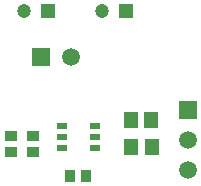
<source format=gbr>
%TF.GenerationSoftware,Altium Limited,Altium Designer,22.7.1 (60)*%
G04 Layer_Color=255*
%FSLAX45Y45*%
%MOMM*%
%TF.SameCoordinates,04235CBA-543E-4B11-AFE6-CF9E8B66919D*%
%TF.FilePolarity,Positive*%
%TF.FileFunction,Pads,Top*%
%TF.Part,Single*%
G01*
G75*
%TA.AperFunction,SMDPad,CuDef*%
%ADD10R,1.15000X1.35000*%
%ADD11R,0.95250X0.60960*%
%TA.AperFunction,ConnectorPad*%
%ADD12R,0.90000X1.00000*%
%TA.AperFunction,SMDPad,CuDef*%
%ADD13R,1.00000X0.90000*%
%TA.AperFunction,ComponentPad*%
%ADD17R,1.50000X1.50000*%
%ADD18C,1.50000*%
%ADD19R,1.50000X1.50000*%
%ADD20C,1.20000*%
%ADD21R,1.20000X1.20000*%
D10*
X10478900Y6629400D02*
D03*
X10653900D02*
D03*
X10477500Y6858000D02*
D03*
X10652500D02*
D03*
D11*
X9897110Y6807200D02*
D03*
Y6713220D02*
D03*
Y6619240D02*
D03*
X10172700D02*
D03*
Y6713220D02*
D03*
Y6807200D02*
D03*
D12*
X9965500Y6388100D02*
D03*
X10100500D02*
D03*
D13*
X9652000Y6722300D02*
D03*
Y6587300D02*
D03*
X9461500Y6722300D02*
D03*
Y6587300D02*
D03*
D17*
X10960100Y6946900D02*
D03*
D18*
Y6692900D02*
D03*
Y6438900D02*
D03*
X9969500Y7391400D02*
D03*
D19*
X9715500D02*
D03*
D20*
X10237800Y7781400D02*
D03*
X9577400D02*
D03*
D21*
X10437800D02*
D03*
X9777400D02*
D03*
%TF.MD5,19c9dad3c5f5cc285e02b048db46493d*%
M02*

</source>
